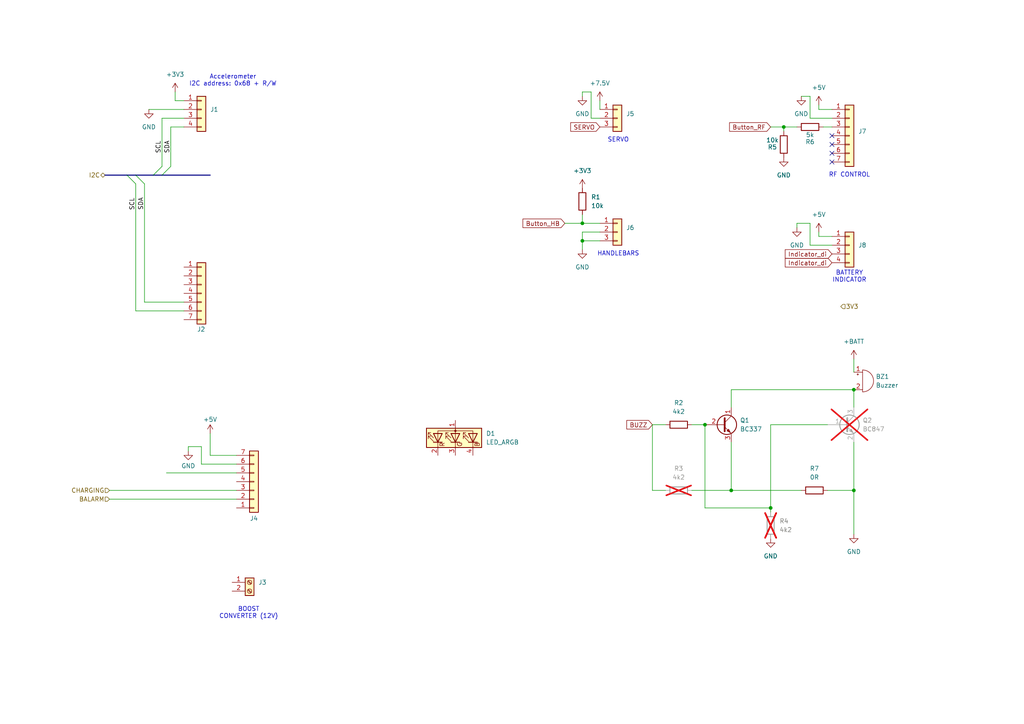
<source format=kicad_sch>
(kicad_sch (version 20241004) (generator "eeschema") (generator_version "8.99")
  (paper "A4")
  (lib_symbols
    (symbol "Connector:Screw_Terminal_01x02" (pin_names (offset 1.016) (hide yes))
      (property "Reference" "J" (at 0 2.54 0))
      (property "Value" "Screw_Terminal_01x02" (at 0 -5.08 0))
      (symbol "Screw_Terminal_01x02_1_1"
        (rectangle (start -1.27 1.27) (end 1.27 -3.81) (stroke (width 0.254)) (fill (type background)))
        (polyline (pts (xy -0.5334 0.3302) (xy 0.3302 -0.508)) (stroke (width 0.1524)))
        (polyline (pts (xy -0.5334 -2.2098) (xy 0.3302 -3.048)) (stroke (width 0.1524)))
        (polyline (pts (xy -0.3556 0.508) (xy 0.508 -0.3302)) (stroke (width 0.1524)))
        (polyline (pts (xy -0.3556 -2.032) (xy 0.508 -2.8702)) (stroke (width 0.1524)))
        (circle (center 0 0) (radius 0.635) (stroke (width 0.1524)))
        (circle (center 0 -2.54) (radius 0.635) (stroke (width 0.1524)))
        (pin passive line (at -5.08 0 0) (length 3.81) (name "Pin_1") (number "1"))
        (pin passive line (at -5.08 -2.54 0) (length 3.81) (name "Pin_2") (number "2"))
      )
    )
    (symbol "Connector_Generic:Conn_01x03" (pin_names (offset 1.016) (hide yes))
      (property "Reference" "J" (at 0 5.08 0))
      (property "Value" "Conn_01x03" (at 0 -5.08 0))
      (symbol "Conn_01x03_1_1"
        (rectangle (start -1.27 3.81) (end 1.27 -3.81) (stroke (width 0.254)) (fill (type background)))
        (rectangle (start -1.27 2.667) (end 0 2.413) (stroke (width 0.1524)))
        (rectangle (start -1.27 0.127) (end 0 -0.127) (stroke (width 0.1524)))
        (rectangle (start -1.27 -2.413) (end 0 -2.667) (stroke (width 0.1524)))
        (pin passive line (at -5.08 2.54 0) (length 3.81) (name "Pin_1") (number "1"))
        (pin passive line (at -5.08 0 0) (length 3.81) (name "Pin_2") (number "2"))
        (pin passive line (at -5.08 -2.54 0) (length 3.81) (name "Pin_3") (number "3"))
      )
    )
    (symbol "Connector_Generic:Conn_01x04" (pin_names (offset 1.016) (hide yes))
      (property "Reference" "J" (at 0 5.08 0))
      (property "Value" "Conn_01x04" (at 0 -7.62 0))
      (symbol "Conn_01x04_1_1"
        (rectangle (start -1.27 3.81) (end 1.27 -6.35) (stroke (width 0.254)) (fill (type background)))
        (rectangle (start -1.27 2.667) (end 0 2.413) (stroke (width 0.1524)))
        (rectangle (start -1.27 0.127) (end 0 -0.127) (stroke (width 0.1524)))
        (rectangle (start -1.27 -2.413) (end 0 -2.667) (stroke (width 0.1524)))
        (rectangle (start -1.27 -4.953) (end 0 -5.207) (stroke (width 0.1524)))
        (pin passive line (at -5.08 2.54 0) (length 3.81) (name "Pin_1") (number "1"))
        (pin passive line (at -5.08 0 0) (length 3.81) (name "Pin_2") (number "2"))
        (pin passive line (at -5.08 -2.54 0) (length 3.81) (name "Pin_3") (number "3"))
        (pin passive line (at -5.08 -5.08 0) (length 3.81) (name "Pin_4") (number "4"))
      )
    )
    (symbol "Connector_Generic:Conn_01x07" (pin_names (offset 1.016) (hide yes))
      (property "Reference" "J" (at 0 10.16 0))
      (property "Value" "Conn_01x07" (at 0 -10.16 0))
      (symbol "Conn_01x07_1_1"
        (rectangle (start -1.27 8.89) (end 1.27 -8.89) (stroke (width 0.254)) (fill (type background)))
        (rectangle (start -1.27 7.747) (end 0 7.493) (stroke (width 0.1524)))
        (rectangle (start -1.27 5.207) (end 0 4.953) (stroke (width 0.1524)))
        (rectangle (start -1.27 2.667) (end 0 2.413) (stroke (width 0.1524)))
        (rectangle (start -1.27 0.127) (end 0 -0.127) (stroke (width 0.1524)))
        (rectangle (start -1.27 -2.413) (end 0 -2.667) (stroke (width 0.1524)))
        (rectangle (start -1.27 -4.953) (end 0 -5.207) (stroke (width 0.1524)))
        (rectangle (start -1.27 -7.493) (end 0 -7.747) (stroke (width 0.1524)))
        (pin passive line (at -5.08 7.62 0) (length 3.81) (name "Pin_1") (number "1"))
        (pin passive line (at -5.08 5.08 0) (length 3.81) (name "Pin_2") (number "2"))
        (pin passive line (at -5.08 2.54 0) (length 3.81) (name "Pin_3") (number "3"))
        (pin passive line (at -5.08 0 0) (length 3.81) (name "Pin_4") (number "4"))
        (pin passive line (at -5.08 -2.54 0) (length 3.81) (name "Pin_5") (number "5"))
        (pin passive line (at -5.08 -5.08 0) (length 3.81) (name "Pin_6") (number "6"))
        (pin passive line (at -5.08 -7.62 0) (length 3.81) (name "Pin_7") (number "7"))
      )
    )
    (symbol "Device:Buzzer" (pin_names (offset 0.0254) (hide yes))
      (property "Reference" "BZ" (at 3.81 1.27 0))
      (property "Value" "Buzzer" (at 3.81 -1.27 0))
      (symbol "Buzzer_0_1"
        (polyline (pts (xy -1.651 1.905) (xy -1.143 1.905)))
        (polyline (pts (xy -1.397 2.159) (xy -1.397 1.651)))
        (arc (start 0 3.175) (mid 3.1612 0) (end 0 -3.175))
        (polyline (pts (xy 0 3.175) (xy 0 -3.175)))
      )
      (symbol "Buzzer_1_1"
        (pin passive line (at -2.54 2.54 0) (length 2.54) (name "-") (number "1"))
        (pin passive line (at -2.54 -2.54 0) (length 2.54) (name "+") (number "2"))
      )
    )
    (symbol "Device:LED_ARGB" (pin_names (offset 0) (hide yes))
      (property "Reference" "D" (at 0 9.398 0))
      (property "Value" "LED_ARGB" (at 0 -8.89 0))
      (symbol "LED_ARGB_0_0"
        (text "R" (at -1.905 3.81 0) (effects (font (size 1.27 1.27))))
        (text "G" (at -1.905 -1.27 0) (effects (font (size 1.27 1.27))))
        (text "B" (at -1.905 -6.35 0) (effects (font (size 1.27 1.27))))
      )
      (symbol "LED_ARGB_0_1"
        (polyline (pts (xy -1.27 6.35) (xy -1.27 3.81)) (stroke (width 0.254)))
        (polyline (pts (xy -1.27 6.35) (xy -1.27 3.81) (xy -1.27 3.81)))
        (polyline (pts (xy -1.27 5.08) (xy -2.54 5.08)))
        (polyline (pts (xy -1.27 5.08) (xy 1.27 5.08)))
        (polyline (pts (xy -1.27 1.27) (xy -1.27 -1.27)) (stroke (width 0.254)))
        (polyline (pts (xy -1.27 1.27) (xy -1.27 -1.27) (xy -1.27 -1.27)))
        (polyline (pts (xy -1.27 0) (xy -2.54 0)))
        (polyline (pts (xy -1.27 -3.81) (xy -1.27 -6.35)) (stroke (width 0.254)))
        (polyline (pts (xy -1.27 -5.08) (xy 1.27 -5.08)))
        (polyline (pts (xy -1.27 -5.08) (xy -2.54 -5.08)))
        (polyline (pts (xy -1.016 6.35) (xy 0.508 7.874) (xy -0.254 7.874) (xy 0.508 7.874) (xy 0.508 7.112)))
        (polyline (pts (xy -1.016 1.27) (xy 0.508 2.794) (xy -0.254 2.794) (xy 0.508 2.794) (xy 0.508 2.032)))
        (polyline (pts (xy -1.016 -3.81) (xy 0.508 -2.286) (xy -0.254 -2.286) (xy 0.508 -2.286) (xy 0.508 -3.048)))
        (polyline (pts (xy 0 6.35) (xy 1.524 7.874) (xy 0.762 7.874) (xy 1.524 7.874) (xy 1.524 7.112)))
        (polyline (pts (xy 0 1.27) (xy 1.524 2.794) (xy 0.762 2.794) (xy 1.524 2.794) (xy 1.524 2.032)))
        (polyline (pts (xy 0 -3.81) (xy 1.524 -2.286) (xy 0.762 -2.286) (xy 1.524 -2.286) (xy 1.524 -3.048)))
        (polyline (pts (xy 1.27 6.35) (xy 1.27 3.81) (xy -1.27 5.08) (xy 1.27 6.35)) (stroke (width 0.254)))
        (rectangle (start 1.27 6.35) (end 1.27 6.35))
        (rectangle (start 1.27 3.81) (end 1.27 6.35))
        (rectangle (start 1.27 1.27) (end 1.27 1.27))
        (polyline (pts (xy 1.27 1.27) (xy 1.27 -1.27) (xy -1.27 0) (xy 1.27 1.27)) (stroke (width 0.254)))
        (polyline (pts (xy 1.27 0) (xy 2.54 0)))
        (polyline (pts (xy 1.27 0) (xy -1.27 0)))
        (rectangle (start 1.27 -1.27) (end 1.27 1.27))
        (polyline (pts (xy 1.27 -3.81) (xy 1.27 -6.35) (xy -1.27 -5.08) (xy 1.27 -3.81)) (stroke (width 0.254)))
        (polyline (pts (xy 1.27 -5.08) (xy 2.032 -5.08) (xy 2.032 5.08) (xy 1.27 5.08)))
        (circle (center 2.032 0) (radius 0.254) (fill (type outline)))
        (rectangle (start 2.794 8.382) (end -2.794 -7.62) (stroke (width 0.254)) (fill (type background)))
      )
      (symbol "LED_ARGB_1_1"
        (pin passive line (at -5.08 5.08 0) (length 2.54) (name "RK") (number "2"))
        (pin passive line (at -5.08 0 0) (length 2.54) (name "GK") (number "3"))
        (pin passive line (at -5.08 -5.08 0) (length 2.54) (name "BK") (number "4"))
        (pin passive line (at 5.08 0 180) (length 2.54) (name "A") (number "1"))
      )
    )
    (symbol "Device:R" (pin_numbers (hide yes)) (pin_names (offset 0))
      (property "Reference" "R" (at 2.032 0 90))
      (property "Value" "R" (at 0 0 90))
      (symbol "R_0_1"
        (rectangle (start -1.016 -2.54) (end 1.016 2.54) (stroke (width 0.254)))
      )
      (symbol "R_1_1"
        (pin passive line (at 0 3.81 270) (length 1.27) (name "~") (number "1"))
        (pin passive line (at 0 -3.81 90) (length 1.27) (name "~") (number "2"))
      )
    )
    (symbol "Transistor_BJT:BC337" (pin_names (offset 0) (hide yes))
      (property "Reference" "Q" (at 5.08 1.905 0))
      (property "Value" "BC337" (at 5.08 0 0))
      (symbol "BC337_0_1"
        (polyline (pts (xy 0 0) (xy 0.635 0)))
        (polyline (pts (xy 0.635 1.905) (xy 0.635 -1.905) (xy 0.635 -1.905)) (stroke (width 0.508)))
        (polyline (pts (xy 0.635 0.635) (xy 2.54 2.54)))
        (polyline (pts (xy 0.635 -0.635) (xy 2.54 -2.54) (xy 2.54 -2.54)))
        (circle (center 1.27 0) (radius 2.8194) (stroke (width 0.254)))
        (polyline (pts (xy 1.27 -1.778) (xy 1.778 -1.27) (xy 2.286 -2.286) (xy 1.27 -1.778) (xy 1.27 -1.778)) (fill (type outline)))
      )
      (symbol "BC337_1_1"
        (pin input line (at -5.08 0 0) (length 5.08) (name "B") (number "2"))
        (pin passive line (at 2.54 5.08 270) (length 2.54) (name "C") (number "1"))
        (pin passive line (at 2.54 -5.08 90) (length 2.54) (name "E") (number "3"))
      )
    )
    (symbol "Transistor_BJT:BC847" (pin_names (offset 0) (hide yes))
      (property "Reference" "Q" (at 5.08 1.905 0))
      (property "Value" "BC847" (at 5.08 0 0))
      (symbol "BC847_0_1"
        (polyline (pts (xy 0.635 1.905) (xy 0.635 -1.905) (xy 0.635 -1.905)) (stroke (width 0.508)))
        (polyline (pts (xy 0.635 0.635) (xy 2.54 2.54)))
        (polyline (pts (xy 0.635 -0.635) (xy 2.54 -2.54) (xy 2.54 -2.54)))
        (circle (center 1.27 0) (radius 2.8194) (stroke (width 0.254)))
        (polyline (pts (xy 1.27 -1.778) (xy 1.778 -1.27) (xy 2.286 -2.286) (xy 1.27 -1.778) (xy 1.27 -1.778)) (fill (type outline)))
      )
      (symbol "BC847_1_1"
        (pin input line (at -5.08 0 0) (length 5.715) (name "B") (number "1"))
        (pin passive line (at 2.54 5.08 270) (length 2.54) (name "C") (number "3"))
        (pin passive line (at 2.54 -5.08 90) (length 2.54) (name "E") (number "2"))
      )
    )
    (symbol "power:+3V3" (power) (pin_names (offset 0))
      (property "Value" "+3V3" (at 0 3.556 0))
      (symbol "+3V3_0_1"
        (polyline (pts (xy -0.762 1.27) (xy 0 2.54)))
        (polyline (pts (xy 0 2.54) (xy 0.762 1.27)))
        (polyline (pts (xy 0 0) (xy 0 2.54)))
      )
      (symbol "+3V3_1_1"
        (pin power_in line (at 0 0 90) (length 0) (hide yes) (name "+3V3") (number "1"))
      )
    )
    (symbol "power:+5V" (power) (pin_names (offset 0))
      (property "Value" "+5V" (at 0 3.556 0))
      (symbol "+5V_0_1"
        (polyline (pts (xy -0.762 1.27) (xy 0 2.54)))
        (polyline (pts (xy 0 2.54) (xy 0.762 1.27)))
        (polyline (pts (xy 0 0) (xy 0 2.54)))
      )
      (symbol "+5V_1_1"
        (pin power_in line (at 0 0 90) (length 0) (hide yes) (name "+5V") (number "1"))
      )
    )
    (symbol "power:+7.5V" (power) (pin_names (offset 0))
      (property "Value" "+7.5V" (at 0 3.556 0))
      (symbol "+7.5V_0_1"
        (polyline (pts (xy -0.762 1.27) (xy 0 2.54)))
        (polyline (pts (xy 0 2.54) (xy 0.762 1.27)))
        (polyline (pts (xy 0 0) (xy 0 2.54)))
      )
      (symbol "+7.5V_1_1"
        (pin power_in line (at 0 0 90) (length 0) (hide yes) (name "+7.5V") (number "1"))
      )
    )
    (symbol "power:+BATT" (power) (pin_names (offset 0))
      (property "Value" "+BATT" (at 0 3.556 0))
      (symbol "+BATT_0_1"
        (polyline (pts (xy -0.762 1.27) (xy 0 2.54)))
        (polyline (pts (xy 0 2.54) (xy 0.762 1.27)))
        (polyline (pts (xy 0 0) (xy 0 2.54)))
      )
      (symbol "+BATT_1_1"
        (pin power_in line (at 0 0 90) (length 0) (hide yes) (name "+BATT") (number "1"))
      )
    )
    (symbol "power:GND" (power) (pin_names (offset 0))
      (property "Value" "GND" (at 0 -3.81 0))
      (symbol "GND_0_1"
        (polyline (pts (xy 0 0) (xy 0 -1.27) (xy 1.27 -1.27) (xy 0 -2.54) (xy -1.27 -1.27) (xy 0 -1.27)))
      )
      (symbol "GND_1_1"
        (pin power_in line (at 0 0 270) (length 0) (hide yes) (name "GND") (number "1"))
      )
    )
  )
  (text "HANDLEBARS" (at 179.324 73.66 0) (effects (font (size 1.27 1.27))))
  (text "SERVO" (at 179.324 40.64 0) (effects (font (size 1.27 1.27))))
  (text "BATTERY\nINDICATOR\n" (at 246.38 80.264 0) (effects (font (size 1.27 1.27))))
  (text "RF CONTROL\n" (at 246.38 50.8 0) (effects (font (size 1.27 1.27))))
  (text "BOOST\nCONVERTER (12V)" (at 72.136 177.8 0) (effects (font (size 1.27 1.27))))
  (text "Accelerometer\nI2C address: 0x68 + R/W" (at 67.564 23.368 0) (effects (font (size 1.27 1.27))))
  (junction (at 247.65 113.03))
  (junction (at 168.91 69.85))
  (junction (at 227.33 36.83))
  (junction (at 204.47 123.19))
  (junction (at 168.91 64.77))
  (junction (at 223.52 147.32))
  (junction (at 247.65 142.24))
  (junction (at 212.09 142.24))
  (no_connect (at 241.3 41.91))
  (no_connect (at 241.3 39.37))
  (no_connect (at 241.3 46.99))
  (no_connect (at 241.3 44.45))
  (bus_entry (at 36.83 50.8) (size 2.54 2.54))
  (bus_entry (at 44.45 50.8) (size 2.54 -2.54))
  (bus_entry (at 39.37 50.8) (size 2.54 2.54))
  (bus_entry (at 46.99 50.8) (size 2.54 -2.54))
  (wire (pts (xy 204.47 147.32) (xy 223.52 147.32)))
  (wire (pts (xy 223.52 147.32) (xy 223.52 148.59)))
  (wire (pts (xy 234.95 71.12) (xy 234.95 64.77)))
  (wire (pts (xy 237.49 31.75) (xy 237.49 30.48)))
  (wire (pts (xy 58.42 134.62) (xy 58.42 129.54)))
  (wire (pts (xy 247.65 113.03) (xy 247.65 118.11)))
  (wire (pts (xy 223.52 36.83) (xy 227.33 36.83)))
  (wire (pts (xy 43.18 31.75) (xy 53.34 31.75)))
  (wire (pts (xy 189.23 142.24) (xy 189.23 123.19)))
  (wire (pts (xy 173.99 34.29) (xy 171.45 34.29)))
  (wire (pts (xy 234.95 27.94) (xy 234.95 34.29)))
  (bus (pts (xy 30.48 50.8) (xy 36.83 50.8)))
  (bus (pts (xy 36.83 50.8) (xy 39.37 50.8)))
  (wire (pts (xy 241.3 71.12) (xy 234.95 71.12)))
  (wire (pts (xy 212.09 128.27) (xy 212.09 142.24)))
  (wire (pts (xy 54.61 129.54) (xy 54.61 130.81)))
  (wire (pts (xy 240.03 142.24) (xy 247.65 142.24)))
  (bus (pts (xy 44.45 50.8) (xy 46.99 50.8)))
  (wire (pts (xy 173.99 67.31) (xy 168.91 67.31)))
  (wire (pts (xy 68.58 132.08) (xy 60.96 132.08)))
  (wire (pts (xy 234.95 64.77) (xy 231.14 64.77)))
  (wire (pts (xy 48.26 137.16) (xy 68.58 137.16)))
  (wire (pts (xy 247.65 128.27) (xy 247.65 142.24)))
  (wire (pts (xy 193.04 123.19) (xy 189.23 123.19)))
  (wire (pts (xy 200.66 123.19) (xy 204.47 123.19)))
  (wire (pts (xy 171.45 34.29) (xy 171.45 26.67)))
  (wire (pts (xy 68.58 134.62) (xy 58.42 134.62)))
  (wire (pts (xy 223.52 123.19) (xy 240.03 123.19)))
  (wire (pts (xy 227.33 38.1) (xy 227.33 36.83)))
  (wire (pts (xy 200.66 142.24) (xy 212.09 142.24)))
  (wire (pts (xy 227.33 36.83) (xy 231.14 36.83)))
  (wire (pts (xy 247.65 142.24) (xy 247.65 154.94)))
  (wire (pts (xy 232.41 27.94) (xy 234.95 27.94)))
  (wire (pts (xy 231.14 64.77) (xy 231.14 66.04)))
  (wire (pts (xy 204.47 123.19) (xy 204.47 147.32)))
  (wire (pts (xy 238.76 36.83) (xy 241.3 36.83)))
  (wire (pts (xy 168.91 26.67) (xy 168.91 27.94)))
  (wire (pts (xy 168.91 69.85) (xy 173.99 69.85)))
  (wire (pts (xy 49.53 36.83) (xy 53.34 36.83)))
  (wire (pts (xy 212.09 142.24) (xy 232.41 142.24)))
  (wire (pts (xy 212.09 113.03) (xy 212.09 118.11)))
  (wire (pts (xy 39.37 90.17) (xy 53.34 90.17)))
  (wire (pts (xy 193.04 142.24) (xy 189.23 142.24)))
  (wire (pts (xy 49.53 48.26) (xy 49.53 36.83)))
  (wire (pts (xy 46.99 48.26) (xy 46.99 34.29)))
  (wire (pts (xy 173.99 29.21) (xy 173.99 31.75)))
  (wire (pts (xy 223.52 123.19) (xy 223.52 147.32)))
  (wire (pts (xy 237.49 68.58) (xy 237.49 67.31)))
  (wire (pts (xy 168.91 64.77) (xy 173.99 64.77)))
  (wire (pts (xy 31.75 144.78) (xy 68.58 144.78)))
  (wire (pts (xy 234.95 34.29) (xy 241.3 34.29)))
  (wire (pts (xy 168.91 62.23) (xy 168.91 64.77)))
  (wire (pts (xy 247.65 104.14) (xy 247.65 107.95)))
  (wire (pts (xy 60.96 132.08) (xy 60.96 125.73)))
  (wire (pts (xy 50.8 29.21) (xy 50.8 26.67)))
  (wire (pts (xy 46.99 34.29) (xy 53.34 34.29)))
  (wire (pts (xy 31.75 142.24) (xy 68.58 142.24)))
  (wire (pts (xy 168.91 67.31) (xy 168.91 69.85)))
  (wire (pts (xy 241.3 31.75) (xy 237.49 31.75)))
  (bus (pts (xy 46.99 50.8) (xy 60.96 50.8)))
  (wire (pts (xy 58.42 129.54) (xy 54.61 129.54)))
  (wire (pts (xy 212.09 113.03) (xy 247.65 113.03)))
  (wire (pts (xy 53.34 87.63) (xy 41.91 87.63)))
  (wire (pts (xy 53.34 29.21) (xy 50.8 29.21)))
  (wire (pts (xy 171.45 26.67) (xy 168.91 26.67)))
  (wire (pts (xy 39.37 53.34) (xy 39.37 90.17)))
  (wire (pts (xy 163.83 64.77) (xy 168.91 64.77)))
  (wire (pts (xy 241.3 68.58) (xy 237.49 68.58)))
  (wire (pts (xy 168.91 72.39) (xy 168.91 69.85)))
  (wire (pts (xy 41.91 53.34) (xy 41.91 87.63)))
  (bus (pts (xy 39.37 50.8) (xy 44.45 50.8)))
  (label "SCL" (at 46.99 44.45 90))
  (label "SDA" (at 49.53 44.45 90))
  (label "SCL" (at 39.37 60.96 90))
  (label "SDA" (at 41.91 57.15 270))
  (global_label "BUZZ" (shape input) (at 189.23 123.19 180) (property "Intersheetrefs" "${INTERSHEET_REFS}" (effects (hide yes))))
  (global_label "Indicator_di" (shape input) (at 241.3 76.2 180) (property "Intersheetrefs" "${INTERSHEET_REFS}" (effects (hide yes))))
  (global_label "Button_HB" (shape input) (at 163.83 64.77 180) (property "Intersheetrefs" "${INTERSHEET_REFS}" (effects (hide yes))))
  (global_label "SERVO" (shape input) (at 173.99 36.83 180) (property "Intersheetrefs" "${INTERSHEET_REFS}" (effects (hide yes))))
  (global_label "Indicator_di" (shape input) (at 241.3 73.66 180) (property "Intersheetrefs" "${INTERSHEET_REFS}" (effects (hide yes))))
  (global_label "Button_RF" (shape input) (at 223.52 36.83 180) (property "Intersheetrefs" "${INTERSHEET_REFS}" (effects (hide yes))))
  (hierarchical_label "I2C" (shape bidirectional) (at 30.48 50.8 180))
  (hierarchical_label "BALARM" (shape input) (at 31.75 144.78 180))
  (hierarchical_label "3V3" (shape input) (at 243.84 88.9 0))
  (hierarchical_label "CHARGING" (shape input) (at 31.75 142.24 180))
  (symbol (lib_id "Transistor_BJT:BC337") (at 209.55 123.19 0) (unit 1)
    (property "Reference" "Q1" (at 214.63 121.9199 0) (effects (justify left)))
    (property "Value" "BC337" (at 214.63 124.4599 0) (effects (justify left)))
    (property "Footprint" "Package_TO_SOT_THT:TO-92_Inline" (effects (hide yes)))
    (property "Datasheet" "https://diotec.com/tl_files/diotec/files/pdf/datasheets/bc337.pdf" (effects (hide yes)))
    (property "Description" "0.8A Ic, 45V Vce, NPN Transistor, TO-92" (effects (hide yes)))
  )
  (symbol (lib_id "power:+7.5V") (at 173.99 29.21 0) (unit 1)
    (property "Reference" "#PWR016" (effects (hide yes)))
    (property "Value" "+7.5V" (at 173.99 24.13 0))
    (property "Description" "Power symbol creates a global label with name \"+7.5V\"" (effects (hide yes)))
  )
  (symbol (lib_id "Device:R") (at 196.85 123.19 90) (unit 1)
    (property "Reference" "R2" (at 196.85 116.84 90))
    (property "Value" "4k2" (at 196.85 119.38 90))
    (property "Footprint" "Resistor_SMD:R_0805_2012Metric" (effects (hide yes)))
    (property "Description" "Resistor" (effects (hide yes)))
  )
  (symbol (lib_id "power:+5V") (at 60.96 125.73 0) (mirror y) (unit 1)
    (property "Reference" "#PWR012" (effects (hide yes)))
    (property "Value" "+5V" (at 60.96 121.666 0))
    (property "Description" "Power symbol creates a global label with name \"+5V\"" (effects (hide yes)))
  )
  (symbol (lib_id "Connector:Screw_Terminal_01x02") (at 72.39 168.91 0) (unit 1)
    (property "Reference" "J3" (at 74.93 168.9099 0) (effects (justify left)))
    (property "Value" "Screw_Terminal_01x02" (effects (hide yes)))
    (property "Footprint" "TerminalBlock_Phoenix:TerminalBlock_Phoenix_MKDS-1,5-2_1x02_P5.00mm_Horizontal" (effects (hide yes)))
    (property "Description" "Generic screw terminal, single row, 01x02, script generated (kicad-library-utils/schlib/autogen/connector/)" (effects (hide yes)))
  )
  (symbol (lib_id "Transistor_BJT:BC847") (at 245.11 123.19 0) (unit 1) (dnp yes)
    (property "Reference" "Q2" (at 250.19 121.9199 0) (effects (justify left)))
    (property "Value" "BC847" (at 250.19 124.4599 0) (effects (justify left)))
    (property "Footprint" "Package_TO_SOT_SMD:SOT-23" (effects (hide yes)))
    (property "Datasheet" "http://www.infineon.com/dgdl/Infineon-BC847SERIES_BC848SERIES_BC849SERIES_BC850SERIES-DS-v01_01-en.pdf?fileId=db3a304314dca389011541d4630a1657" (effects (hide yes)))
    (property "Description" "0.1A Ic, 45V Vce, NPN Transistor, SOT-23" (effects (hide yes)))
  )
  (symbol (lib_id "power:GND") (at 247.65 154.94 0) (unit 1)
    (property "Reference" "#PWR024" (effects (hide yes)))
    (property "Value" "GND" (at 247.65 160.02 0))
    (property "Description" "Power symbol creates a global label with name \"GND\" , ground" (effects (hide yes)))
  )
  (symbol (lib_id "Connector_Generic:Conn_01x07") (at 73.66 139.7 0) (mirror x) (unit 1)
    (property "Reference" "J4" (at 73.66 150.368 0))
    (property "Value" "Conn_01x07" (effects (hide yes)))
    (property "Footprint" "Connector_PinSocket_2.54mm:PinSocket_1x07_P2.54mm_Vertical" (effects (hide yes)))
    (property "Description" "Generic connector, single row, 01x07, script generated (kicad-library-utils/schlib/autogen/connector/)" (effects (hide yes)))
  )
  (symbol (lib_id "Device:LED_ARGB") (at 132.08 127 90) (unit 1)
    (property "Reference" "D1" (at 140.97 125.7299 90) (effects (justify right)))
    (property "Value" "LED_ARGB" (at 140.97 128.2699 90) (effects (justify right)))
    (property "Footprint" "LED_SMD:LED_WS2812B-Mini_PLCC4_3.5x3.5mm" (effects (hide yes)))
    (property "Description" "RGB LED, anode/red/green/blue" (effects (hide yes)))
  )
  (symbol (lib_id "power:+3V3") (at 50.8 26.67 0) (unit 1)
    (property "Reference" "#PWR010" (effects (hide yes)))
    (property "Value" "+3V3" (at 50.8 21.59 0))
    (property "Description" "Power symbol creates a global label with name \"+3V3\"" (effects (hide yes)))
  )
  (symbol (lib_id "Device:R") (at 236.22 142.24 270) (unit 1)
    (property "Reference" "R7" (at 236.22 135.89 90))
    (property "Value" "0R" (at 236.22 138.43 90))
    (property "Footprint" "Resistor_SMD:R_0805_2012Metric" (effects (hide yes)))
    (property "Description" "Resistor" (effects (hide yes)))
  )
  (symbol (lib_id "power:GND") (at 232.41 27.94 0) (unit 1)
    (property "Reference" "#PWR020" (effects (hide yes)))
    (property "Value" "GND" (at 232.41 33.02 0))
    (property "Description" "Power symbol creates a global label with name \"GND\" , ground" (effects (hide yes)))
  )
  (symbol (lib_id "power:GND") (at 223.52 156.21 0) (unit 1)
    (property "Reference" "#PWR017" (effects (hide yes)))
    (property "Value" "GND" (at 223.52 161.29 0))
    (property "Description" "Power symbol creates a global label with name \"GND\" , ground" (effects (hide yes)))
  )
  (symbol (lib_id "Device:R") (at 196.85 142.24 90) (unit 1) (dnp yes)
    (property "Reference" "R3" (at 196.85 135.89 90))
    (property "Value" "4k2" (at 196.85 138.43 90))
    (property "Footprint" "Resistor_SMD:R_0805_2012Metric" (effects (hide yes)))
    (property "Description" "Resistor" (effects (hide yes)))
  )
  (symbol (lib_id "Device:R") (at 168.91 58.42 0) (unit 1)
    (property "Reference" "R1" (at 171.45 57.1499 0) (effects (justify left)))
    (property "Value" "10k" (at 171.45 59.6899 0) (effects (justify left)))
    (property "Footprint" "Resistor_SMD:R_0805_2012Metric" (effects (hide yes)))
    (property "Description" "Resistor" (effects (hide yes)))
  )
  (symbol (lib_id "Connector_Generic:Conn_01x07") (at 246.38 39.37 0) (unit 1)
    (property "Reference" "J7" (at 248.92 38.0999 0) (effects (justify left)))
    (property "Value" "Conn_01x07" (effects (hide yes)))
    (property "Footprint" "Connector_PinSocket_2.54mm:PinSocket_1x07_P2.54mm_Vertical" (effects (hide yes)))
    (property "Description" "Generic connector, single row, 01x07, script generated (kicad-library-utils/schlib/autogen/connector/)" (effects (hide yes)))
  )
  (symbol (lib_id "Device:Buzzer") (at 250.19 110.49 0) (unit 1)
    (property "Reference" "BZ1" (at 254 109.2199 0) (effects (justify left)))
    (property "Value" "Buzzer" (at 254 111.7599 0) (effects (justify left)))
    (property "Footprint" "Buzzer_Beeper:Buzzer_12x9.5RM7.6" (effects (hide yes)))
    (property "Description" "Buzzer, polarized" (effects (hide yes)))
  )
  (symbol (lib_id "Connector_Generic:Conn_01x07") (at 58.42 85.09 0) (unit 1)
    (property "Reference" "J2" (at 57.15 95.504 0) (effects (justify left)))
    (property "Value" "Conn_01x07" (effects (hide yes)))
    (property "Footprint" "Connector_PinSocket_2.54mm:PinSocket_1x07_P2.54mm_Vertical" (effects (hide yes)))
    (property "Description" "Generic connector, single row, 01x07, script generated (kicad-library-utils/schlib/autogen/connector/)" (effects (hide yes)))
  )
  (symbol (lib_id "power:GND") (at 168.91 27.94 0) (unit 1)
    (property "Reference" "#PWR013" (effects (hide yes)))
    (property "Value" "GND" (at 168.91 33.02 0))
    (property "Description" "Power symbol creates a global label with name \"GND\" , ground" (effects (hide yes)))
  )
  (symbol (lib_id "Connector_Generic:Conn_01x03") (at 179.07 34.29 0) (unit 1)
    (property "Reference" "J5" (at 181.61 33.0199 0) (effects (justify left)))
    (property "Value" "Conn_01x03" (effects (hide yes)))
    (property "Footprint" "Connector_PinHeader_2.54mm:PinHeader_1x03_P2.54mm_Vertical" (effects (hide yes)))
    (property "Description" "Generic connector, single row, 01x03, script generated (kicad-library-utils/schlib/autogen/connector/)" (effects (hide yes)))
  )
  (symbol (lib_id "power:+BATT") (at 247.65 104.14 0) (unit 1)
    (property "Reference" "#PWR023" (effects (hide yes)))
    (property "Value" "+BATT" (at 247.65 99.06 0))
    (property "Description" "Power symbol creates a global label with name \"+BATT\"" (effects (hide yes)))
  )
  (symbol (lib_id "power:+5V") (at 237.49 67.31 0) (unit 1)
    (property "Reference" "#PWR022" (effects (hide yes)))
    (property "Value" "+5V" (at 237.49 62.23 0))
    (property "Description" "Power symbol creates a global label with name \"+5V\"" (effects (hide yes)))
  )
  (symbol (lib_id "Connector_Generic:Conn_01x04") (at 246.38 71.12 0) (unit 1)
    (property "Reference" "J8" (at 248.92 71.1199 0) (effects (justify left)))
    (property "Value" "Conn_01x04" (effects (hide yes)))
    (property "Footprint" "Connector_Molex:Molex_KK-254_AE-6410-04A_1x04_P2.54mm_Vertical" (effects (hide yes)))
    (property "Description" "Generic connector, single row, 01x04, script generated (kicad-library-utils/schlib/autogen/connector/)" (effects (hide yes)))
  )
  (symbol (lib_id "Device:R") (at 223.52 152.4 180) (unit 1) (dnp yes)
    (property "Reference" "R4" (at 226.06 151.1299 0) (effects (justify right)))
    (property "Value" "4k2" (at 226.06 153.6699 0) (effects (justify right)))
    (property "Footprint" "Resistor_SMD:R_0805_2012Metric" (effects (hide yes)))
    (property "Description" "Resistor" (effects (hide yes)))
  )
  (symbol (lib_id "power:GND") (at 43.18 31.75 0) (unit 1)
    (property "Reference" "#PWR09" (effects (hide yes)))
    (property "Value" "GND" (at 43.18 36.83 0))
    (property "Description" "Power symbol creates a global label with name \"GND\" , ground" (effects (hide yes)))
  )
  (symbol (lib_id "Connector_Generic:Conn_01x04") (at 58.42 31.75 0) (unit 1)
    (property "Reference" "J1" (at 60.96 31.7499 0) (effects (justify left)))
    (property "Value" "Conn_01x04" (effects (hide yes)))
    (property "Footprint" "Connector_PinSocket_2.54mm:PinSocket_1x04_P2.54mm_Vertical" (effects (hide yes)))
    (property "Description" "Generic connector, single row, 01x04, script generated (kicad-library-utils/schlib/autogen/connector/)" (effects (hide yes)))
  )
  (symbol (lib_id "power:GND") (at 54.61 130.81 0) (mirror y) (unit 1)
    (property "Reference" "#PWR011" (effects (hide yes)))
    (property "Value" "GND" (at 54.61 135.128 0))
    (property "Description" "Power symbol creates a global label with name \"GND\" , ground" (effects (hide yes)))
  )
  (symbol (lib_id "power:+3V3") (at 168.91 54.61 0) (unit 1)
    (property "Reference" "#PWR014" (effects (hide yes)))
    (property "Value" "+3V3" (at 168.91 49.53 0))
    (property "Description" "Power symbol creates a global label with name \"+3V3\"" (effects (hide yes)))
  )
  (symbol (lib_id "Device:R") (at 234.95 36.83 90) (unit 1)
    (property "Reference" "R6" (at 234.95 41.148 90))
    (property "Value" "5k" (at 234.95 39.116 90))
    (property "Footprint" "Resistor_SMD:R_0805_2012Metric" (effects (hide yes)))
    (property "Description" "Resistor" (effects (hide yes)))
  )
  (symbol (lib_id "power:GND") (at 168.91 72.39 0) (unit 1)
    (property "Reference" "#PWR015" (effects (hide yes)))
    (property "Value" "GND" (at 168.91 77.47 0))
    (property "Description" "Power symbol creates a global label with name \"GND\" , ground" (effects (hide yes)))
  )
  (symbol (lib_id "power:+5V") (at 237.49 30.48 0) (unit 1)
    (property "Reference" "#PWR021" (effects (hide yes)))
    (property "Value" "+5V" (at 237.49 25.4 0))
    (property "Description" "Power symbol creates a global label with name \"+5V\"" (effects (hide yes)))
  )
  (symbol (lib_id "Device:R") (at 227.33 41.91 180) (unit 1)
    (property "Reference" "R5" (at 224.028 42.672 0))
    (property "Value" "10k" (at 224.028 40.64 0))
    (property "Footprint" "Resistor_SMD:R_0805_2012Metric" (effects (hide yes)))
    (property "Description" "Resistor" (effects (hide yes)))
  )
  (symbol (lib_id "Connector_Generic:Conn_01x03") (at 179.07 67.31 0) (unit 1)
    (property "Reference" "J6" (at 181.61 66.0399 0) (effects (justify left)))
    (property "Value" "Conn_01x03" (effects (hide yes)))
    (property "Footprint" "TerminalBlock_Phoenix:TerminalBlock_Phoenix_MKDS-1,5-2_1x02_P5.00mm_Horizontal" (effects (hide yes)))
    (property "Description" "Generic connector, single row, 01x03, script generated (kicad-library-utils/schlib/autogen/connector/)" (effects (hide yes)))
  )
  (symbol (lib_id "power:GND") (at 231.14 66.04 0) (unit 1)
    (property "Reference" "#PWR019" (effects (hide yes)))
    (property "Value" "GND" (at 231.14 71.12 0))
    (property "Description" "Power symbol creates a global label with name \"GND\" , ground" (effects (hide yes)))
  )
  (symbol (lib_id "power:GND") (at 227.33 45.72 0) (unit 1)
    (property "Reference" "#PWR018" (effects (hide yes)))
    (property "Value" "GND" (at 227.33 50.8 0))
    (property "Description" "Power symbol creates a global label with name \"GND\" , ground" (effects (hide yes)))
  )
)
</source>
